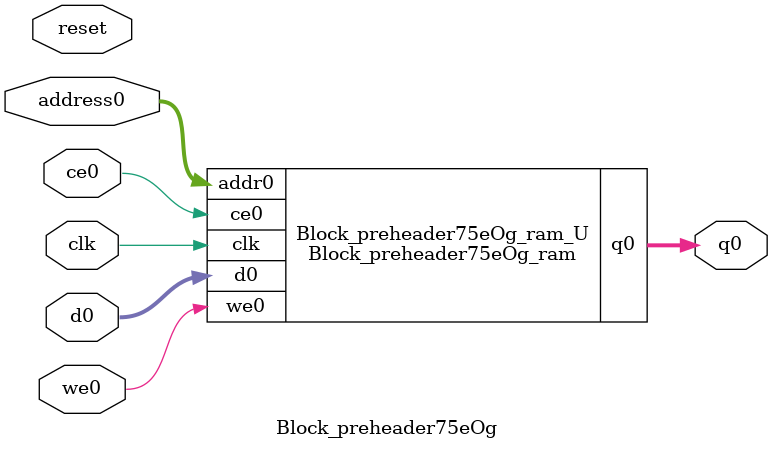
<source format=v>
`timescale 1 ns / 1 ps
module Block_preheader75eOg_ram (addr0, ce0, d0, we0, q0,  clk);

parameter DWIDTH = 8;
parameter AWIDTH = 9;
parameter MEM_SIZE = 322;

input[AWIDTH-1:0] addr0;
input ce0;
input[DWIDTH-1:0] d0;
input we0;
output reg[DWIDTH-1:0] q0;
input clk;

(* ram_style = "block" *)reg [DWIDTH-1:0] ram[0:MEM_SIZE-1];




always @(posedge clk)  
begin 
    if (ce0) begin
        if (we0) 
            ram[addr0] <= d0; 
        q0 <= ram[addr0];
    end
end


endmodule

`timescale 1 ns / 1 ps
module Block_preheader75eOg(
    reset,
    clk,
    address0,
    ce0,
    we0,
    d0,
    q0);

parameter DataWidth = 32'd8;
parameter AddressRange = 32'd322;
parameter AddressWidth = 32'd9;
input reset;
input clk;
input[AddressWidth - 1:0] address0;
input ce0;
input we0;
input[DataWidth - 1:0] d0;
output[DataWidth - 1:0] q0;



Block_preheader75eOg_ram Block_preheader75eOg_ram_U(
    .clk( clk ),
    .addr0( address0 ),
    .ce0( ce0 ),
    .we0( we0 ),
    .d0( d0 ),
    .q0( q0 ));

endmodule


</source>
